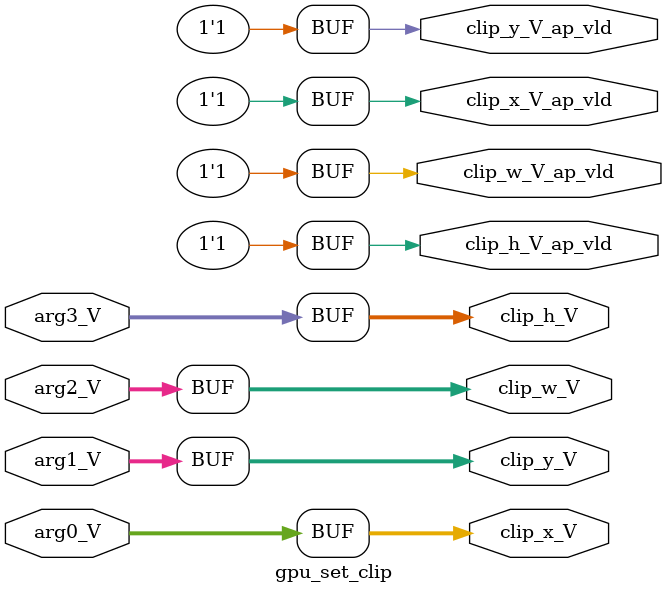
<source format=v>

`timescale 1 ns / 1 ps 

module gpu_set_clip (
        arg0_V,
        arg1_V,
        arg2_V,
        arg3_V,
        clip_x_V,
        clip_x_V_ap_vld,
        clip_y_V,
        clip_y_V_ap_vld,
        clip_w_V,
        clip_w_V_ap_vld,
        clip_h_V,
        clip_h_V_ap_vld
);


input  [15:0] arg0_V;
input  [15:0] arg1_V;
input  [15:0] arg2_V;
input  [15:0] arg3_V;
output  [15:0] clip_x_V;
output   clip_x_V_ap_vld;
output  [15:0] clip_y_V;
output   clip_y_V_ap_vld;
output  [15:0] clip_w_V;
output   clip_w_V_ap_vld;
output  [15:0] clip_h_V;
output   clip_h_V_ap_vld;

assign clip_h_V_ap_vld = 1'b1;

assign clip_w_V_ap_vld = 1'b1;

assign clip_x_V_ap_vld = 1'b1;

assign clip_y_V_ap_vld = 1'b1;

assign clip_h_V = arg3_V;

assign clip_w_V = arg2_V;

assign clip_x_V = arg0_V;

assign clip_y_V = arg1_V;

endmodule //gpu_set_clip

</source>
